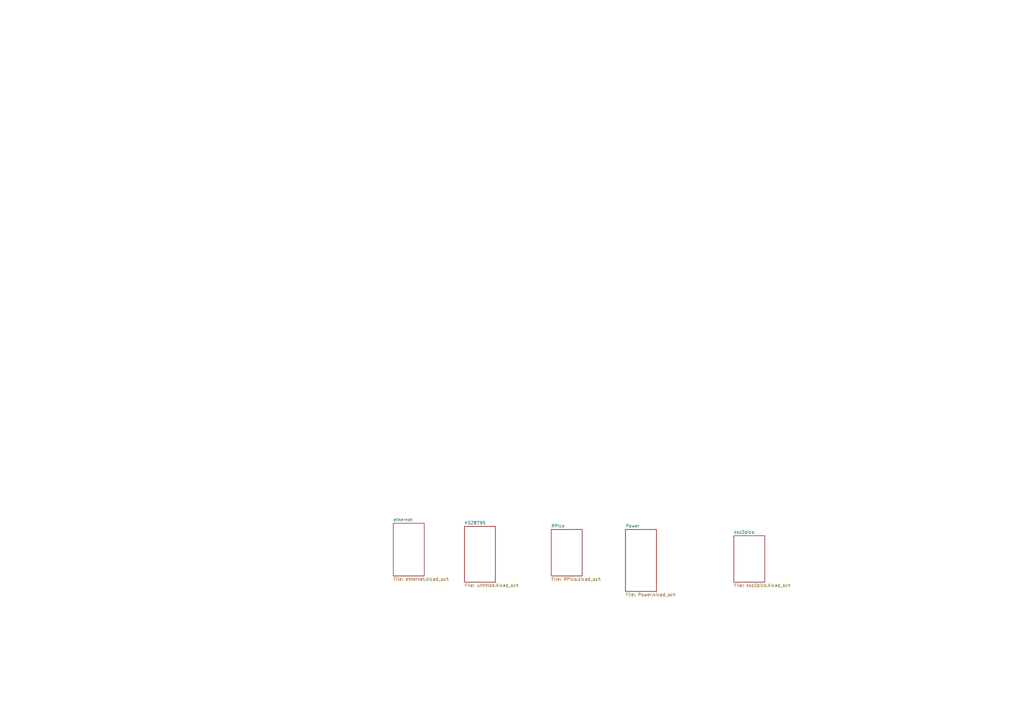
<source format=kicad_sch>
(kicad_sch
	(version 20250114)
	(generator "eeschema")
	(generator_version "9.0")
	(uuid "447897ee-d593-43ec-bbc2-e24b07b28d45")
	(paper "A3")
	(lib_symbols)
	(sheet
		(at 256.54 217.17)
		(size 12.7 25.4)
		(exclude_from_sim no)
		(in_bom yes)
		(on_board yes)
		(dnp no)
		(fields_autoplaced yes)
		(stroke
			(width 0.1524)
			(type solid)
		)
		(fill
			(color 0 0 0 0.0000)
		)
		(uuid "43730108-c6e7-4151-af9e-1889dcc6ce2f")
		(property "Sheetname" "Power"
			(at 256.54 216.4584 0)
			(effects
				(font
					(size 1.27 1.27)
				)
				(justify left bottom)
			)
		)
		(property "Sheetfile" "Power.kicad_sch"
			(at 256.54 243.1546 0)
			(effects
				(font
					(size 1.27 1.27)
				)
				(justify left top)
			)
		)
		(instances
			(project "zz_micro_l2sw"
				(path "/447897ee-d593-43ec-bbc2-e24b07b28d45"
					(page "6")
				)
			)
		)
	)
	(sheet
		(at 226.06 217.17)
		(size 12.7 19.05)
		(exclude_from_sim no)
		(in_bom yes)
		(on_board yes)
		(dnp no)
		(fields_autoplaced yes)
		(stroke
			(width 0.1524)
			(type solid)
		)
		(fill
			(color 0 0 0 0.0000)
		)
		(uuid "45121688-a0e8-42e5-8ba5-61f443104c1b")
		(property "Sheetname" "RPico"
			(at 226.06 216.4584 0)
			(effects
				(font
					(size 1.27 1.27)
				)
				(justify left bottom)
			)
		)
		(property "Sheetfile" "RPico.kicad_sch"
			(at 226.06 236.8046 0)
			(effects
				(font
					(size 1.27 1.27)
				)
				(justify left top)
			)
		)
		(instances
			(project "zz_micro_l2sw"
				(path "/447897ee-d593-43ec-bbc2-e24b07b28d45"
					(page "3")
				)
			)
		)
	)
	(sheet
		(at 300.99 219.71)
		(size 12.7 19.05)
		(exclude_from_sim no)
		(in_bom yes)
		(on_board yes)
		(dnp no)
		(fields_autoplaced yes)
		(stroke
			(width 0.1524)
			(type solid)
		)
		(fill
			(color 0 0 0 0.0000)
		)
		(uuid "4df46357-7449-4c23-ae83-d56c3f71c2db")
		(property "Sheetname" "ksz2pico"
			(at 300.99 218.9984 0)
			(effects
				(font
					(size 1.27 1.27)
				)
				(justify left bottom)
			)
		)
		(property "Sheetfile" "ksz2pico.kicad_sch"
			(at 300.99 239.3446 0)
			(effects
				(font
					(size 1.27 1.27)
				)
				(justify left top)
			)
		)
		(instances
			(project "zz_micro_l2sw"
				(path "/447897ee-d593-43ec-bbc2-e24b07b28d45"
					(page "4")
				)
			)
		)
	)
	(sheet
		(at 161.29 214.63)
		(size 12.7 21.59)
		(exclude_from_sim no)
		(in_bom yes)
		(on_board yes)
		(dnp no)
		(fields_autoplaced yes)
		(stroke
			(width 0.1524)
			(type solid)
		)
		(fill
			(color 0 0 0 0.0000)
		)
		(uuid "756cea57-7189-4442-b6ae-7ad410bad0b3")
		(property "Sheetname" "ethernet"
			(at 161.29 213.9184 0)
			(effects
				(font
					(size 1.27 1.27)
				)
				(justify left bottom)
			)
		)
		(property "Sheetfile" "ethernet.kicad_sch"
			(at 161.29 236.8046 0)
			(effects
				(font
					(size 1.27 1.27)
				)
				(justify left top)
			)
		)
		(instances
			(project "zz_micro_l2sw"
				(path "/447897ee-d593-43ec-bbc2-e24b07b28d45"
					(page "5")
				)
			)
		)
	)
	(sheet
		(at 190.5 215.9)
		(size 12.7 22.86)
		(exclude_from_sim no)
		(in_bom yes)
		(on_board yes)
		(dnp no)
		(fields_autoplaced yes)
		(stroke
			(width 0.1524)
			(type solid)
		)
		(fill
			(color 0 0 0 0.0000)
		)
		(uuid "bb1649fc-8d60-4861-843c-788f69c28015")
		(property "Sheetname" "KSZ8795"
			(at 190.5 215.1884 0)
			(effects
				(font
					(size 1.27 1.27)
				)
				(justify left bottom)
			)
		)
		(property "Sheetfile" "untitled.kicad_sch"
			(at 190.5 239.3446 0)
			(effects
				(font
					(size 1.27 1.27)
				)
				(justify left top)
			)
		)
		(instances
			(project "zz_micro_l2sw"
				(path "/447897ee-d593-43ec-bbc2-e24b07b28d45"
					(page "2")
				)
			)
		)
	)
	(sheet_instances
		(path "/"
			(page "1")
		)
	)
	(embedded_fonts no)
)

</source>
